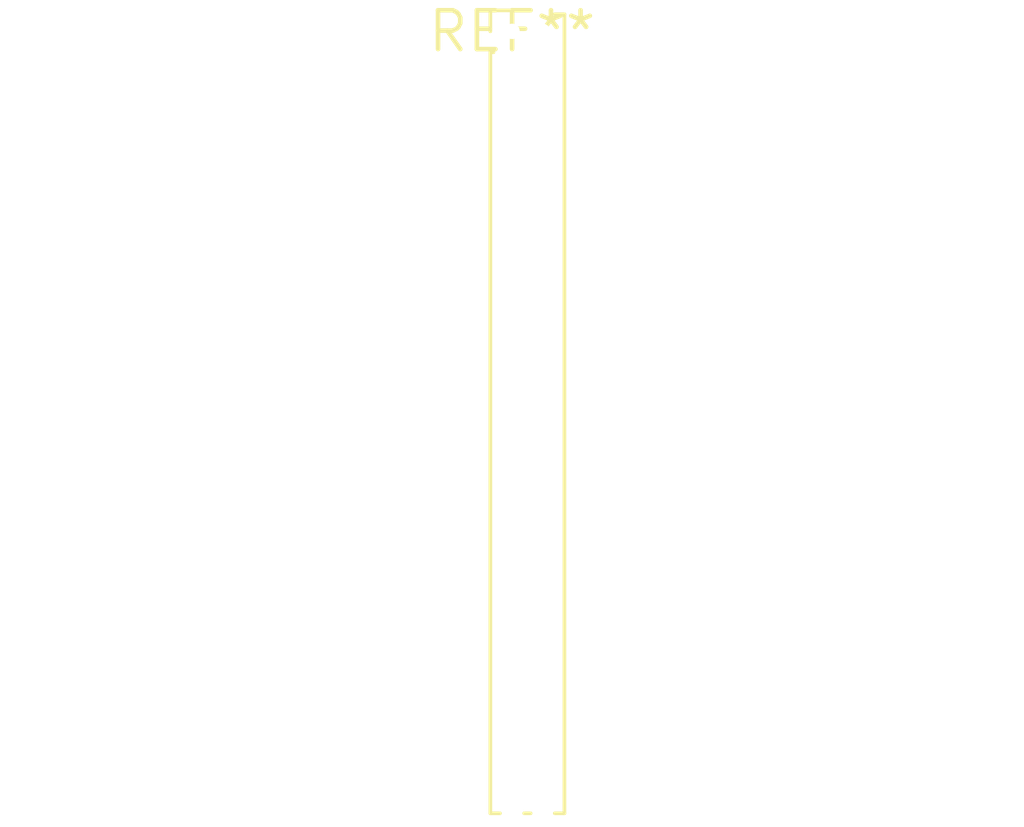
<source format=kicad_pcb>
(kicad_pcb (version 20240108) (generator pcbnew)
  (layers (0 "F.Cu" signal) (31 "B.Cu" signal) (34 "B.Paste" user) (35 "F.Paste" user) (36 "B.SilkS" user "B.Silkscreen") (37 "F.SilkS" user "F.Silkscreen") (38 "B.Mask" user) (39 "F.Mask" user) (44 "Edge.Cuts" user))
  (net 0 "")
  (footprint "PinHeader_2x26_P1.00mm_Vertical" (layer "F.Cu") (at 0 0)
    (property "Reference" "REF**")
    (property "Value" "PinHeader_2x26_P1.00mm_Vertical")
    (fp_line (start -0.71 -0.685) (end 0 -0.685) (layer "F.SilkS") (stroke (width 0.12)))
    (fp_line (start -0.71 0) (end -0.71 -0.685) (layer "F.SilkS") (stroke (width 0.12)))
    (fp_line (start -0.71 0.685) (end -0.71 25.56) (layer "F.SilkS") (stroke (width 0.12)))
    (fp_line (start -0.71 0.685) (end -0.608276 0.685) (layer "F.SilkS") (stroke (width 0.12)))
    (fp_line (start -0.71 25.56) (end -0.394493 25.56) (layer "F.SilkS") (stroke (width 0.12)))
    (fp_line (start 0.394493 25.56) (end 0.605507 25.56) (layer "F.SilkS") (stroke (width 0.12)))
    (fp_line (start 1.394493 -0.56) (end 1.71 -0.56) (layer "F.SilkS") (stroke (width 0.12)))
    (fp_line (start 1.394493 25.56) (end 1.71 25.56) (layer "F.SilkS") (stroke (width 0.12)))
    (fp_line (start 1.71 -0.56) (end 1.71 25.56) (layer "F.SilkS") (stroke (width 0.12)))
    (pad "1" thru_hole rect (at 0 0) (size 0.85 0.85) (drill 0.5) (layers *.Cu *.Mask) (remove_unused_layers))
    (pad "2" thru_hole oval (at 1 0) (size 0.85 0.85) (drill 0.5) (layers *.Cu *.Mask) (remove_unused_layers))
    (pad "3" thru_hole oval (at 0 1) (size 0.85 0.85) (drill 0.5) (layers *.Cu *.Mask) (remove_unused_layers))
    (pad "4" thru_hole oval (at 1 1) (size 0.85 0.85) (drill 0.5) (layers *.Cu *.Mask) (remove_unused_layers))
    (pad "5" thru_hole oval (at 0 2) (size 0.85 0.85) (drill 0.5) (layers *.Cu *.Mask) (remove_unused_layers))
    (pad "6" thru_hole oval (at 1 2) (size 0.85 0.85) (drill 0.5) (layers *.Cu *.Mask) (remove_unused_layers))
    (pad "7" thru_hole oval (at 0 3) (size 0.85 0.85) (drill 0.5) (layers *.Cu *.Mask) (remove_unused_layers))
    (pad "8" thru_hole oval (at 1 3) (size 0.85 0.85) (drill 0.5) (layers *.Cu *.Mask) (remove_unused_layers))
    (pad "9" thru_hole oval (at 0 4) (size 0.85 0.85) (drill 0.5) (layers *.Cu *.Mask) (remove_unused_layers))
    (pad "10" thru_hole oval (at 1 4) (size 0.85 0.85) (drill 0.5) (layers *.Cu *.Mask) (remove_unused_layers))
    (pad "11" thru_hole oval (at 0 5) (size 0.85 0.85) (drill 0.5) (layers *.Cu *.Mask) (remove_unused_layers))
    (pad "12" thru_hole oval (at 1 5) (size 0.85 0.85) (drill 0.5) (layers *.Cu *.Mask) (remove_unused_layers))
    (pad "13" thru_hole oval (at 0 6) (size 0.85 0.85) (drill 0.5) (layers *.Cu *.Mask) (remove_unused_layers))
    (pad "14" thru_hole oval (at 1 6) (size 0.85 0.85) (drill 0.5) (layers *.Cu *.Mask) (remove_unused_layers))
    (pad "15" thru_hole oval (at 0 7) (size 0.85 0.85) (drill 0.5) (layers *.Cu *.Mask) (remove_unused_layers))
    (pad "16" thru_hole oval (at 1 7) (size 0.85 0.85) (drill 0.5) (layers *.Cu *.Mask) (remove_unused_layers))
    (pad "17" thru_hole oval (at 0 8) (size 0.85 0.85) (drill 0.5) (layers *.Cu *.Mask) (remove_unused_layers))
    (pad "18" thru_hole oval (at 1 8) (size 0.85 0.85) (drill 0.5) (layers *.Cu *.Mask) (remove_unused_layers))
    (pad "19" thru_hole oval (at 0 9) (size 0.85 0.85) (drill 0.5) (layers *.Cu *.Mask) (remove_unused_layers))
    (pad "20" thru_hole oval (at 1 9) (size 0.85 0.85) (drill 0.5) (layers *.Cu *.Mask) (remove_unused_layers))
    (pad "21" thru_hole oval (at 0 10) (size 0.85 0.85) (drill 0.5) (layers *.Cu *.Mask) (remove_unused_layers))
    (pad "22" thru_hole oval (at 1 10) (size 0.85 0.85) (drill 0.5) (layers *.Cu *.Mask) (remove_unused_layers))
    (pad "23" thru_hole oval (at 0 11) (size 0.85 0.85) (drill 0.5) (layers *.Cu *.Mask) (remove_unused_layers))
    (pad "24" thru_hole oval (at 1 11) (size 0.85 0.85) (drill 0.5) (layers *.Cu *.Mask) (remove_unused_layers))
    (pad "25" thru_hole oval (at 0 12) (size 0.85 0.85) (drill 0.5) (layers *.Cu *.Mask) (remove_unused_layers))
    (pad "26" thru_hole oval (at 1 12) (size 0.85 0.85) (drill 0.5) (layers *.Cu *.Mask) (remove_unused_layers))
    (pad "27" thru_hole oval (at 0 13) (size 0.85 0.85) (drill 0.5) (layers *.Cu *.Mask) (remove_unused_layers))
    (pad "28" thru_hole oval (at 1 13) (size 0.85 0.85) (drill 0.5) (layers *.Cu *.Mask) (remove_unused_layers))
    (pad "29" thru_hole oval (at 0 14) (size 0.85 0.85) (drill 0.5) (layers *.Cu *.Mask) (remove_unused_layers))
    (pad "30" thru_hole oval (at 1 14) (size 0.85 0.85) (drill 0.5) (layers *.Cu *.Mask) (remove_unused_layers))
    (pad "31" thru_hole oval (at 0 15) (size 0.85 0.85) (drill 0.5) (layers *.Cu *.Mask) (remove_unused_layers))
    (pad "32" thru_hole oval (at 1 15) (size 0.85 0.85) (drill 0.5) (layers *.Cu *.Mask) (remove_unused_layers))
    (pad "33" thru_hole oval (at 0 16) (size 0.85 0.85) (drill 0.5) (layers *.Cu *.Mask) (remove_unused_layers))
    (pad "34" thru_hole oval (at 1 16) (size 0.85 0.85) (drill 0.5) (layers *.Cu *.Mask) (remove_unused_layers))
    (pad "35" thru_hole oval (at 0 17) (size 0.85 0.85) (drill 0.5) (layers *.Cu *.Mask) (remove_unused_layers))
    (pad "36" thru_hole oval (at 1 17) (size 0.85 0.85) (drill 0.5) (layers *.Cu *.Mask) (remove_unused_layers))
    (pad "37" thru_hole oval (at 0 18) (size 0.85 0.85) (drill 0.5) (layers *.Cu *.Mask) (remove_unused_layers))
    (pad "38" thru_hole oval (at 1 18) (size 0.85 0.85) (drill 0.5) (layers *.Cu *.Mask) (remove_unused_layers))
    (pad "39" thru_hole oval (at 0 19) (size 0.85 0.85) (drill 0.5) (layers *.Cu *.Mask) (remove_unused_layers))
    (pad "40" thru_hole oval (at 1 19) (size 0.85 0.85) (drill 0.5) (layers *.Cu *.Mask) (remove_unused_layers))
    (pad "41" thru_hole oval (at 0 20) (size 0.85 0.85) (drill 0.5) (layers *.Cu *.Mask) (remove_unused_layers))
    (pad "42" thru_hole oval (at 1 20) (size 0.85 0.85) (drill 0.5) (layers *.Cu *.Mask) (remove_unused_layers))
    (pad "43" thru_hole oval (at 0 21) (size 0.85 0.85) (drill 0.5) (layers *.Cu *.Mask) (remove_unused_layers))
    (pad "44" thru_hole oval (at 1 21) (size 0.85 0.85) (drill 0.5) (layers *.Cu *.Mask) (remove_unused_layers))
    (pad "45" thru_hole oval (at 0 22) (size 0.85 0.85) (drill 0.5) (layers *.Cu *.Mask) (remove_unused_layers))
    (pad "46" thru_hole oval (at 1 22) (size 0.85 0.85) (drill 0.5) (layers *.Cu *.Mask) (remove_unused_layers))
    (pad "47" thru_hole oval (at 0 23) (size 0.85 0.85) (drill 0.5) (layers *.Cu *.Mask) (remove_unused_layers))
    (pad "48" thru_hole oval (at 1 23) (size 0.85 0.85) (drill 0.5) (layers *.Cu *.Mask) (remove_unused_layers))
    (pad "49" thru_hole oval (at 0 24) (size 0.85 0.85) (drill 0.5) (layers *.Cu *.Mask) (remove_unused_layers))
    (pad "50" thru_hole oval (at 1 24) (size 0.85 0.85) (drill 0.5) (layers *.Cu *.Mask) (remove_unused_layers))
    (pad "51" thru_hole oval (at 0 25) (size 0.85 0.85) (drill 0.5) (layers *.Cu *.Mask) (remove_unused_layers))
    (pad "52" thru_hole oval (at 1 25) (size 0.85 0.85) (drill 0.5) (layers *.Cu *.Mask) (remove_unused_layers))
  )
)
</source>
